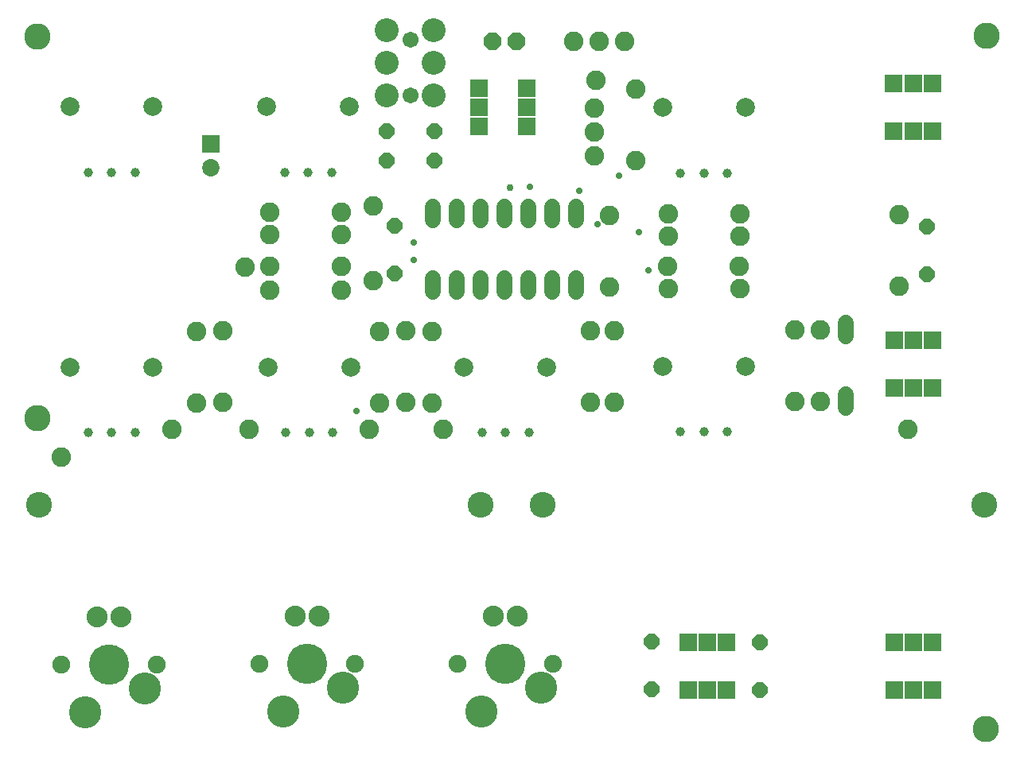
<source format=gbr>
G04 EAGLE Gerber RS-274X export*
G75*
%MOMM*%
%FSLAX34Y34*%
%LPD*%
%INSoldermask Top*%
%IPPOS*%
%AMOC8*
5,1,8,0,0,1.08239X$1,22.5*%
G01*
%ADD10C,2.803200*%
%ADD11C,2.000000*%
%ADD12C,1.000000*%
%ADD13P,1.803519X8X292.500000*%
%ADD14P,1.803519X8X112.500000*%
%ADD15P,1.803519X8X202.500000*%
%ADD16P,1.803519X8X22.500000*%
%ADD17R,1.854200X1.854200*%
%ADD18C,1.854200*%
%ADD19C,1.666238*%
%ADD20C,4.292600*%
%ADD21C,1.910081*%
%ADD22C,2.235200*%
%ADD23C,3.429000*%
%ADD24C,2.543200*%
%ADD25C,1.703200*%
%ADD26C,2.082800*%
%ADD27R,1.823200X1.823200*%
%ADD28P,2.034460X8X22.500000*%
%ADD29C,2.743200*%
%ADD30C,0.705600*%
%ADD31C,0.755600*%


D10*
X23000Y720000D03*
X1033000Y721000D03*
X1032000Y-17000D03*
X23000Y314000D03*
D11*
X145600Y645800D03*
X57600Y645800D03*
D12*
X126600Y575800D03*
X101600Y575800D03*
X76600Y575800D03*
D13*
X676600Y75700D03*
X676600Y24900D03*
X792000Y74700D03*
X792000Y23900D03*
D14*
X402900Y468000D03*
X402900Y518800D03*
D15*
X444900Y619100D03*
X394100Y619100D03*
D16*
X394100Y588300D03*
X444900Y588300D03*
D14*
X969800Y466700D03*
X969800Y517500D03*
D17*
X207700Y605700D03*
D18*
X207700Y580700D03*
D11*
X776000Y644500D03*
X688000Y644500D03*
D12*
X757000Y574500D03*
X732000Y574500D03*
X707000Y574500D03*
D19*
X883200Y339515D02*
X883200Y324885D01*
X883200Y401085D02*
X883200Y415715D01*
D20*
X99050Y51050D03*
D21*
X149850Y51050D03*
X48250Y51050D03*
D22*
X111750Y101850D03*
X86350Y101850D03*
D23*
X137150Y25650D03*
X73650Y250D03*
D20*
X310050Y52050D03*
D21*
X360850Y52050D03*
X259250Y52050D03*
D22*
X322750Y102850D03*
X297350Y102850D03*
D23*
X348150Y26650D03*
X284650Y1250D03*
D20*
X521050Y52050D03*
D21*
X571850Y52050D03*
X470250Y52050D03*
D22*
X533750Y102850D03*
X508350Y102850D03*
D23*
X559150Y26650D03*
X495650Y1250D03*
D24*
X444542Y657192D03*
X444542Y692192D03*
X444542Y727192D03*
X394542Y727192D03*
X394542Y692192D03*
X394542Y657192D03*
D25*
X419542Y717192D03*
X419542Y657192D03*
D26*
X617000Y673400D03*
X375900Y302100D03*
X47800Y272100D03*
X454500Y302100D03*
X248300Y302100D03*
X380200Y459900D03*
X948700Y302100D03*
D11*
X776000Y369000D03*
X688000Y369000D03*
D12*
X757000Y299000D03*
X732000Y299000D03*
X707000Y299000D03*
D11*
X145600Y368300D03*
X57600Y368300D03*
D12*
X126600Y298300D03*
X101600Y298300D03*
X76600Y298300D03*
D11*
X356100Y368300D03*
X268100Y368300D03*
D12*
X337100Y298300D03*
X312100Y298300D03*
X287100Y298300D03*
D11*
X564700Y368300D03*
X476700Y368300D03*
D12*
X545700Y298300D03*
X520700Y298300D03*
X495700Y298300D03*
D11*
X354800Y645800D03*
X266800Y645800D03*
D12*
X335800Y575800D03*
X310800Y575800D03*
X285800Y575800D03*
D26*
X636800Y407100D03*
X636800Y330900D03*
X191800Y406100D03*
X191800Y329900D03*
X220300Y406700D03*
X220300Y330500D03*
X611600Y407100D03*
X611600Y330900D03*
X770300Y508000D03*
X694100Y508000D03*
X269900Y509500D03*
X346100Y509500D03*
X414900Y330500D03*
X414900Y406700D03*
X269900Y533000D03*
X346100Y533000D03*
X940000Y530100D03*
X940000Y453900D03*
X659300Y663900D03*
X659300Y587700D03*
X694100Y531400D03*
X770300Y531400D03*
X829100Y331600D03*
X829100Y407800D03*
X855900Y331600D03*
X855900Y407800D03*
X769900Y475800D03*
X693700Y475800D03*
X694100Y451700D03*
X770300Y451700D03*
X346100Y475300D03*
X269900Y475300D03*
X346100Y450400D03*
X269900Y450400D03*
X443000Y329900D03*
X443000Y406100D03*
X386800Y406100D03*
X386800Y329900D03*
D27*
X975400Y75400D03*
X955000Y75400D03*
X934600Y75400D03*
X934600Y24600D03*
X955000Y24600D03*
X975400Y24600D03*
X715400Y23900D03*
X735800Y23900D03*
X756200Y23900D03*
X756200Y74700D03*
X735800Y74700D03*
X715400Y74700D03*
X975700Y397100D03*
X955300Y397100D03*
X934900Y397100D03*
X934900Y346300D03*
X955300Y346300D03*
X975700Y346300D03*
X975000Y670600D03*
X954600Y670600D03*
X934200Y670600D03*
X934200Y619800D03*
X954600Y619800D03*
X975000Y619800D03*
D26*
X615800Y593100D03*
X615800Y618500D03*
X615800Y643900D03*
D19*
X443700Y462615D02*
X443700Y447985D01*
X469100Y447985D02*
X469100Y462615D01*
X596100Y462615D02*
X596100Y447985D01*
X596100Y524185D02*
X596100Y538815D01*
X494500Y462615D02*
X494500Y447985D01*
X519900Y447985D02*
X519900Y462615D01*
X570700Y462615D02*
X570700Y447985D01*
X545300Y447985D02*
X545300Y462615D01*
X570700Y524185D02*
X570700Y538815D01*
X545300Y538815D02*
X545300Y524185D01*
X519900Y524185D02*
X519900Y538815D01*
X494500Y538815D02*
X494500Y524185D01*
X469100Y524185D02*
X469100Y538815D01*
X443700Y538815D02*
X443700Y524185D01*
D27*
X493100Y665500D03*
X493100Y645100D03*
X493100Y624700D03*
X543900Y624700D03*
X543900Y645100D03*
X543900Y665500D03*
D26*
X631500Y529900D03*
X631500Y453700D03*
D28*
X507200Y715400D03*
X532600Y715400D03*
D29*
X560100Y221300D03*
X1030100Y221300D03*
X24800Y221300D03*
X494800Y221300D03*
D26*
X620400Y714700D03*
X593100Y714700D03*
X647700Y714700D03*
X244000Y475000D03*
X380000Y540000D03*
X166000Y302000D03*
D30*
X599000Y556000D03*
X619000Y520000D03*
X663000Y512000D03*
D31*
X526000Y559000D03*
D30*
X362000Y321000D03*
X673000Y471000D03*
X642000Y572000D03*
X547000Y560000D03*
X423000Y501000D03*
X423000Y482000D03*
M02*

</source>
